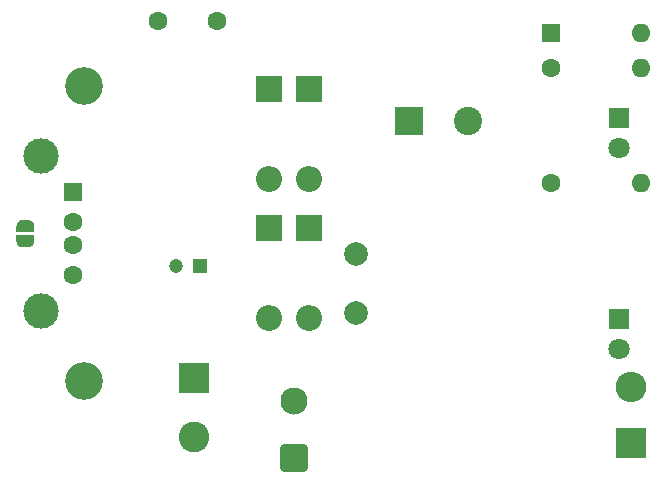
<source format=gbs>
G04 #@! TF.GenerationSoftware,KiCad,Pcbnew,5.1.10*
G04 #@! TF.CreationDate,2021-05-08T14:59:39+02:00*
G04 #@! TF.ProjectId,Dynamo_minimal_USB_charger,44796e61-6d6f-45f6-9d69-6e696d616c5f,1.0*
G04 #@! TF.SameCoordinates,PX5f5e100PY7bfa480*
G04 #@! TF.FileFunction,Soldermask,Bot*
G04 #@! TF.FilePolarity,Negative*
%FSLAX46Y46*%
G04 Gerber Fmt 4.6, Leading zero omitted, Abs format (unit mm)*
G04 Created by KiCad (PCBNEW 5.1.10) date 2021-05-08 14:59:39*
%MOMM*%
%LPD*%
G01*
G04 APERTURE LIST*
%ADD10C,1.600000*%
%ADD11C,1.800000*%
%ADD12R,1.800000X1.800000*%
%ADD13C,2.000000*%
%ADD14C,2.300000*%
%ADD15O,2.600000X2.600000*%
%ADD16R,2.600000X2.600000*%
%ADD17C,3.200000*%
%ADD18O,1.600000X1.600000*%
%ADD19C,0.100000*%
%ADD20R,1.500000X1.600000*%
%ADD21C,3.000000*%
%ADD22C,2.600000*%
%ADD23R,1.600000X1.600000*%
%ADD24O,2.200000X2.200000*%
%ADD25R,2.200000X2.200000*%
%ADD26C,1.200000*%
%ADD27R,1.200000X1.200000*%
%ADD28C,2.400000*%
%ADD29R,2.400000X2.400000*%
G04 APERTURE END LIST*
D10*
G04 #@! TO.C,C3*
X25750000Y40250000D03*
X20750000Y40250000D03*
G04 #@! TD*
D11*
G04 #@! TO.C,D8*
X59750000Y29460000D03*
D12*
X59750000Y32000000D03*
G04 #@! TD*
D11*
G04 #@! TO.C,D6*
X59750000Y12460000D03*
D12*
X59750000Y15000000D03*
G04 #@! TD*
D13*
G04 #@! TO.C,C1*
X37500000Y15500000D03*
X37500000Y20500000D03*
G04 #@! TD*
D14*
G04 #@! TO.C,SW1*
X32250000Y8050000D03*
G36*
G01*
X33150001Y2100000D02*
X31349999Y2100000D01*
G75*
G02*
X31100000Y2349999I0J249999D01*
G01*
X31100000Y4150001D01*
G75*
G02*
X31349999Y4400000I249999J0D01*
G01*
X33150001Y4400000D01*
G75*
G02*
X33400000Y4150001I0J-249999D01*
G01*
X33400000Y2349999D01*
G75*
G02*
X33150001Y2100000I-249999J0D01*
G01*
G37*
G04 #@! TD*
D15*
G04 #@! TO.C,D5*
X60750000Y9300000D03*
D16*
X60750000Y4500000D03*
G04 #@! TD*
D17*
G04 #@! TO.C,REF\u002A\u002A*
X14500000Y9750000D03*
G04 #@! TD*
G04 #@! TO.C,REF\u002A\u002A*
X14500000Y34750000D03*
G04 #@! TD*
D18*
G04 #@! TO.C,R2*
X61620000Y36250000D03*
D10*
X54000000Y36250000D03*
G04 #@! TD*
D18*
G04 #@! TO.C,R1*
X61620000Y26500000D03*
D10*
X54000000Y26500000D03*
G04 #@! TD*
D19*
G04 #@! TO.C,JP1*
G36*
X8750000Y22400000D02*
G01*
X8750000Y22900000D01*
X8750602Y22900000D01*
X8750602Y22924534D01*
X8755412Y22973365D01*
X8764984Y23021490D01*
X8779228Y23068445D01*
X8798005Y23113778D01*
X8821136Y23157051D01*
X8848396Y23197850D01*
X8879524Y23235779D01*
X8914221Y23270476D01*
X8952150Y23301604D01*
X8992949Y23328864D01*
X9036222Y23351995D01*
X9081555Y23370772D01*
X9128510Y23385016D01*
X9176635Y23394588D01*
X9225466Y23399398D01*
X9250000Y23399398D01*
X9250000Y23400000D01*
X9750000Y23400000D01*
X9750000Y23399398D01*
X9774534Y23399398D01*
X9823365Y23394588D01*
X9871490Y23385016D01*
X9918445Y23370772D01*
X9963778Y23351995D01*
X10007051Y23328864D01*
X10047850Y23301604D01*
X10085779Y23270476D01*
X10120476Y23235779D01*
X10151604Y23197850D01*
X10178864Y23157051D01*
X10201995Y23113778D01*
X10220772Y23068445D01*
X10235016Y23021490D01*
X10244588Y22973365D01*
X10249398Y22924534D01*
X10249398Y22900000D01*
X10250000Y22900000D01*
X10250000Y22400000D01*
X8750000Y22400000D01*
G37*
G36*
X10249398Y21600000D02*
G01*
X10249398Y21575466D01*
X10244588Y21526635D01*
X10235016Y21478510D01*
X10220772Y21431555D01*
X10201995Y21386222D01*
X10178864Y21342949D01*
X10151604Y21302150D01*
X10120476Y21264221D01*
X10085779Y21229524D01*
X10047850Y21198396D01*
X10007051Y21171136D01*
X9963778Y21148005D01*
X9918445Y21129228D01*
X9871490Y21114984D01*
X9823365Y21105412D01*
X9774534Y21100602D01*
X9750000Y21100602D01*
X9750000Y21100000D01*
X9250000Y21100000D01*
X9250000Y21100602D01*
X9225466Y21100602D01*
X9176635Y21105412D01*
X9128510Y21114984D01*
X9081555Y21129228D01*
X9036222Y21148005D01*
X8992949Y21171136D01*
X8952150Y21198396D01*
X8914221Y21229524D01*
X8879524Y21264221D01*
X8848396Y21302150D01*
X8821136Y21342949D01*
X8798005Y21386222D01*
X8779228Y21431555D01*
X8764984Y21478510D01*
X8755412Y21526635D01*
X8750602Y21575466D01*
X8750602Y21600000D01*
X8750000Y21600000D01*
X8750000Y22100000D01*
X10250000Y22100000D01*
X10250000Y21600000D01*
X10249398Y21600000D01*
G37*
G04 #@! TD*
D10*
G04 #@! TO.C,J2*
X13500000Y18750000D03*
X13500000Y21250000D03*
X13500000Y23250000D03*
D20*
X13500000Y25750000D03*
D21*
X10790000Y15680000D03*
X10790000Y28820000D03*
G04 #@! TD*
D22*
G04 #@! TO.C,J1*
X23750000Y5000000D03*
D16*
X23750000Y10000000D03*
G04 #@! TD*
D18*
G04 #@! TO.C,D7*
X61620000Y39250000D03*
D23*
X54000000Y39250000D03*
G04 #@! TD*
D24*
G04 #@! TO.C,D4*
X30100000Y15080000D03*
D25*
X30100000Y22700000D03*
G04 #@! TD*
D24*
G04 #@! TO.C,D3*
X30100000Y26880000D03*
D25*
X30100000Y34500000D03*
G04 #@! TD*
D24*
G04 #@! TO.C,D2*
X33500000Y15080000D03*
D25*
X33500000Y22700000D03*
G04 #@! TD*
D24*
G04 #@! TO.C,D1*
X33500000Y26880000D03*
D25*
X33500000Y34500000D03*
G04 #@! TD*
D26*
G04 #@! TO.C,C4*
X22250000Y19500000D03*
D27*
X24250000Y19500000D03*
G04 #@! TD*
D28*
G04 #@! TO.C,C2*
X47000000Y31750000D03*
D29*
X42000000Y31750000D03*
G04 #@! TD*
M02*

</source>
